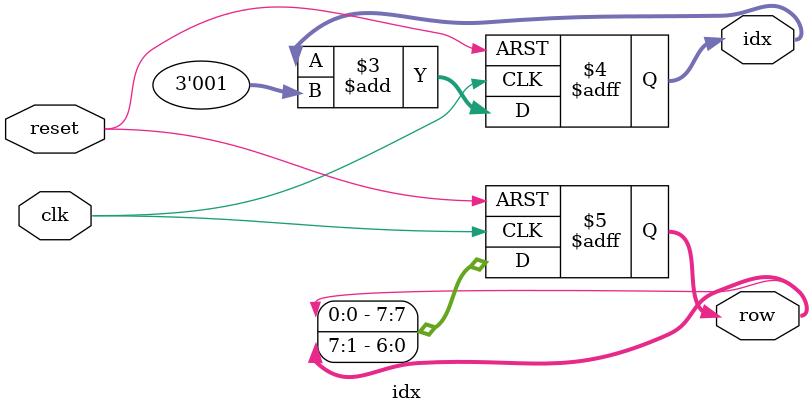
<source format=v>
module test6(clk, reset, sel,row, column_green, column_red);
input clk;	 	    // pin W16
input reset;	    // pin C16
input sel;			// pin AA15
output [7:0]column_green; // pin A10, B10, A13, A12, B12, D12, A15, A14
output [7:0]column_red; // pin D7, D6, A9, C9, A8, C8, C11, B11 
output [7:0]row; //pin T22,R21,C6,B6,B5,A5,B7,A7
wire   [4:0]addr;
wire   [63:0]shift_out;
wire   [7:0]data;
wire   [7:0]shift0, shift1, shift2, shift3, shift4, shift5, shift6, shift7;
wire   clk_work, clk_scan;
wire   [2:0]idx;
wire   up;

assign up=(shift_out== 64'b11100000_00000000_00000000_00000000_00000000_00000000_00000000_00000000)?1'b0:
(shift_out== 64'b00000000_00000000_00000000_00000000_00000000_00000000_00000000_00000111)?1'b1:up;

assign addr   = { 1'b0, idx };
assign shift0 = shift_out[63:56];
assign shift1 = {shift_out[48], shift_out[49], shift_out[50], shift_out[51], shift_out[52], shift_out[53], shift_out[54], shift_out[55]};
assign shift2 = shift_out[47:40];
assign shift3 = {shift_out[32], shift_out[33], shift_out[34], shift_out[35], shift_out[36], shift_out[37], shift_out[38], shift_out[39]};
assign shift4 = shift_out[31:24];
assign shift5 = {shift_out[16], shift_out[17], shift_out[18], shift_out[19], shift_out[20], shift_out[21], shift_out[22], shift_out[23]};
assign shift6 = shift_out[15:8];
assign shift7 = {shift_out[0], shift_out[1], shift_out[2], shift_out[3], shift_out[4], shift_out[5], shift_out[6], shift_out[7]};

//下去時綠色，上來時紅色
//assign column_green =(up==1'b0)?data:8'b0;
//assign column_red	  =(up==1'b1)?data:8'b0;
assign column_green = data;

freq_div#(20) 	M0 (clk, reset, clk_work); 
freq_div#(13) 	M1 (clk, reset, clk_scan); 
move  			M2 (clk_work, reset,sel, up, shift_out);
map				M3 (addr,shift0, shift1, shift2, shift3, shift4, shift5, shift6, shift7, data);
idx     		M4 (clk_scan, reset, idx, row);

endmodule


module freq_div(clk_in, reset, clk_out);
parameter exp = 20;   
input clk_in, reset;
output clk_out;
reg[exp-1:0] divider;
integer i;
assign clk_out= divider[exp-1];
always@ (posedge clk_in or posedge reset)
begin
if(reset)
for(i=0; i < exp; i=i+1)
divider[i] = 1'b0;
else
divider = divider+ 1'b1;
end
endmodule


module move (clk, reset,enable, up, shift_out);
input clk, reset, enable, up;
output	[63:0]shift_out;
reg	[63:0]	shift_out;
always@ (posedge clk or posedge reset)
begin
if(reset)
shift_out= 64'b11110000_00000000_00000000_00000000_00000000_00000000_00000000_00000000;
else if(enable==1'b0 && up==1'b0)
shift_out= {shift_out[0], shift_out[63:1]};
else if(enable==1'b0 && up==1'b1)
shift_out= {shift_out[62:0], shift_out[63]};
else if(enable==1'b1)
shift_out=shift_out;
end
endmodule



module		map(addr,shift0, shift1, shift2, shift3, shift4, shift5, shift6, shift7, data);
input		[3:0]addr;
output reg 	[7:0]data;
input       [7:0]shift0, shift1, shift2, shift3, shift4, shift5, shift6, shift7;
always@(addr)
begin
case(addr)
	4'd0  	:data=shift0;           
	4'd1  	:data=shift1;
	4'd2  	:data=shift2;
	4'd3  	:data=shift3;
	4'd4  	:data=shift4;
	4'd5  	:data=shift5;
	4'd6  	:data=shift6;
	4'd7  	:data=shift7;
	default	:data=8'b0000_0000;
endcase
end
endmodule


module 	idx(clk, reset, idx, row);
input		 reset, clk;
output reg	[2:0]idx;
output reg	[7:0]row;
always@(posedge clk or posedge reset)
begin
	if(reset) begin
		idx<=3'b000;
		row<=8'b1000_0000;
	end
	else begin
		idx<=idx+3'b001;
		row<={row[0],row[7:1]};
	end
end
endmodule

</source>
